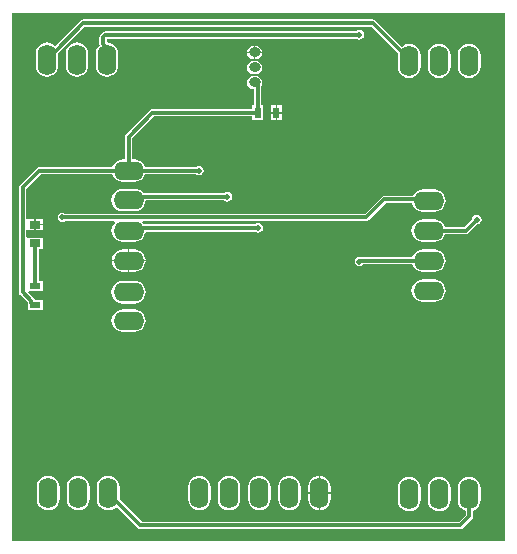
<source format=gtl>
G04*
G04 #@! TF.GenerationSoftware,Altium Limited,Altium Designer,20.1.14 (287)*
G04*
G04 Layer_Physical_Order=1*
G04 Layer_Color=255*
%FSLAX44Y44*%
%MOMM*%
G71*
G04*
G04 #@! TF.SameCoordinates,A1741A08-9612-4A6D-A7CB-39B1CF954D6D*
G04*
G04*
G04 #@! TF.FilePolarity,Positive*
G04*
G01*
G75*
%ADD13R,0.9500X0.6000*%
%ADD14R,0.9500X0.7000*%
%ADD15R,0.6000X0.9500*%
%ADD22C,0.3000*%
%ADD23O,2.6000X1.6000*%
%ADD24O,1.6000X2.6000*%
%ADD25O,1.0000X0.8000*%
%ADD26C,0.5000*%
G36*
X418461Y448461D02*
X418461Y1539D01*
X1539Y1539D01*
X1539Y448461D01*
X418461Y448461D01*
D02*
G37*
%LPC*%
G36*
X295402Y434100D02*
X293841Y433790D01*
X292518Y432906D01*
X292465Y432827D01*
X80107D01*
X80107Y432827D01*
X78937Y432594D01*
X77944Y431931D01*
X77944Y431931D01*
X76187Y430173D01*
X75524Y429181D01*
X75291Y428011D01*
X75291Y428010D01*
Y422158D01*
X75291Y422157D01*
X75479Y421216D01*
X74774Y420676D01*
X73252Y418691D01*
X72295Y416380D01*
X71968Y413900D01*
Y403900D01*
X72295Y401420D01*
X73252Y399109D01*
X74774Y397124D01*
X76759Y395602D01*
X79070Y394645D01*
X81550Y394318D01*
X84030Y394645D01*
X86341Y395602D01*
X88325Y397124D01*
X89848Y399109D01*
X90805Y401420D01*
X91132Y403900D01*
Y413900D01*
X90805Y416380D01*
X89848Y418691D01*
X88325Y420676D01*
X86341Y422198D01*
X84030Y423156D01*
X81550Y423482D01*
X81409Y423606D01*
Y426709D01*
X293160D01*
X293841Y426254D01*
X295402Y425944D01*
X296963Y426254D01*
X298286Y427138D01*
X299170Y428461D01*
X299480Y430022D01*
X299170Y431583D01*
X298286Y432906D01*
X296963Y433790D01*
X295402Y434100D01*
D02*
G37*
G36*
X207618Y420644D02*
X207368D01*
Y415786D01*
X213076D01*
X212799Y417182D01*
X211583Y419001D01*
X209764Y420217D01*
X207618Y420644D01*
D02*
G37*
G36*
X205868D02*
X205618D01*
X203472Y420217D01*
X201653Y419001D01*
X200437Y417182D01*
X200159Y415786D01*
X205868D01*
Y420644D01*
D02*
G37*
G36*
X213076Y414286D02*
X207368D01*
Y409428D01*
X207618D01*
X209764Y409855D01*
X211583Y411071D01*
X212799Y412890D01*
X213076Y414286D01*
D02*
G37*
G36*
X205868D02*
X200159D01*
X200437Y412890D01*
X201653Y411071D01*
X203472Y409855D01*
X205618Y409428D01*
X205868D01*
Y414286D01*
D02*
G37*
G36*
X207618Y407944D02*
X205618D01*
X203472Y407517D01*
X201653Y406301D01*
X200437Y404482D01*
X200010Y402336D01*
X200437Y400190D01*
X201653Y398371D01*
X203472Y397155D01*
X205618Y396728D01*
X207618D01*
X209764Y397155D01*
X211583Y398371D01*
X212799Y400190D01*
X213225Y402336D01*
X212799Y404482D01*
X211583Y406301D01*
X209764Y407517D01*
X207618Y407944D01*
D02*
G37*
G36*
X56150Y423482D02*
X53670Y423156D01*
X51359Y422198D01*
X49374Y420676D01*
X47852Y418691D01*
X46894Y416380D01*
X46568Y413900D01*
Y403900D01*
X46894Y401420D01*
X47852Y399109D01*
X49374Y397124D01*
X51359Y395602D01*
X53670Y394645D01*
X56150Y394318D01*
X58630Y394645D01*
X60941Y395602D01*
X62925Y397124D01*
X64448Y399109D01*
X65405Y401420D01*
X65732Y403900D01*
Y413900D01*
X65405Y416380D01*
X64448Y418691D01*
X62925Y420676D01*
X60941Y422198D01*
X58630Y423156D01*
X56150Y423482D01*
D02*
G37*
G36*
X388400Y422582D02*
X385920Y422256D01*
X383609Y421298D01*
X381625Y419776D01*
X380102Y417791D01*
X379145Y415480D01*
X378818Y413000D01*
Y403000D01*
X379145Y400520D01*
X380102Y398209D01*
X381625Y396225D01*
X383609Y394702D01*
X385920Y393745D01*
X388400Y393418D01*
X390880Y393745D01*
X393191Y394702D01*
X395176Y396225D01*
X396698Y398209D01*
X397655Y400520D01*
X397982Y403000D01*
Y413000D01*
X397655Y415480D01*
X396698Y417791D01*
X395176Y419776D01*
X393191Y421298D01*
X390880Y422256D01*
X388400Y422582D01*
D02*
G37*
G36*
X363000D02*
X360520Y422256D01*
X358209Y421298D01*
X356225Y419776D01*
X354702Y417791D01*
X353745Y415480D01*
X353418Y413000D01*
Y403000D01*
X353745Y400520D01*
X354702Y398209D01*
X356225Y396225D01*
X358209Y394702D01*
X360520Y393745D01*
X363000Y393418D01*
X365480Y393745D01*
X367791Y394702D01*
X369776Y396225D01*
X371298Y398209D01*
X372256Y400520D01*
X372582Y403000D01*
Y413000D01*
X372256Y415480D01*
X371298Y417791D01*
X369776Y419776D01*
X367791Y421298D01*
X365480Y422256D01*
X363000Y422582D01*
D02*
G37*
G36*
X306800Y442987D02*
X306800Y442987D01*
X61778D01*
X60607Y442754D01*
X59615Y442091D01*
X38158Y420634D01*
X37525Y420676D01*
X35541Y422198D01*
X33230Y423156D01*
X30750Y423482D01*
X28270Y423156D01*
X25959Y422198D01*
X23974Y420676D01*
X22452Y418691D01*
X21495Y416380D01*
X21168Y413900D01*
Y403900D01*
X21495Y401420D01*
X22452Y399109D01*
X23974Y397124D01*
X25959Y395602D01*
X28270Y394645D01*
X30750Y394318D01*
X33230Y394645D01*
X35541Y395602D01*
X37525Y397124D01*
X39048Y399109D01*
X40005Y401420D01*
X40332Y403900D01*
Y413900D01*
X40298Y414156D01*
X40400Y414225D01*
X63045Y436869D01*
X305533D01*
X327662Y414740D01*
X328200Y414381D01*
X328018Y413000D01*
Y403000D01*
X328345Y400520D01*
X329302Y398209D01*
X330825Y396225D01*
X332809Y394702D01*
X335120Y393745D01*
X337600Y393418D01*
X340080Y393745D01*
X342391Y394702D01*
X344375Y396225D01*
X345898Y398209D01*
X346856Y400520D01*
X347182Y403000D01*
Y413000D01*
X346856Y415480D01*
X345898Y417791D01*
X344375Y419776D01*
X342391Y421298D01*
X340080Y422256D01*
X337600Y422582D01*
X335120Y422256D01*
X332809Y421298D01*
X331081Y419972D01*
X308963Y442091D01*
X307971Y442754D01*
X306800Y442987D01*
D02*
G37*
G36*
X229670Y370232D02*
X225920D01*
Y364732D01*
X229670D01*
Y370232D01*
D02*
G37*
G36*
X224420D02*
X220670D01*
Y364732D01*
X224420D01*
Y370232D01*
D02*
G37*
G36*
X229670Y363232D02*
X225920D01*
Y357732D01*
X229670D01*
Y363232D01*
D02*
G37*
G36*
X224420D02*
X220670D01*
Y357732D01*
X224420D01*
Y363232D01*
D02*
G37*
G36*
X207618Y395244D02*
X205618D01*
X203472Y394817D01*
X201653Y393601D01*
X200437Y391782D01*
X200010Y389636D01*
X200437Y387490D01*
X201653Y385671D01*
X203472Y384455D01*
X205618Y384028D01*
X206111D01*
Y370232D01*
X204670D01*
Y367041D01*
X120142D01*
X118972Y366808D01*
X117979Y366145D01*
X97837Y346003D01*
X97174Y345010D01*
X96941Y343840D01*
X96941Y343840D01*
Y324582D01*
X95000D01*
X92520Y324255D01*
X90209Y323298D01*
X88224Y321776D01*
X86702Y319791D01*
X85984Y318059D01*
X24424D01*
X24424Y318059D01*
X23254Y317826D01*
X22261Y317163D01*
X8251Y303153D01*
X7588Y302160D01*
X7355Y300990D01*
X7355Y300990D01*
Y211894D01*
X7355Y211894D01*
X7588Y210723D01*
X8251Y209731D01*
X14679Y203303D01*
Y202820D01*
X14679Y202820D01*
X14738Y202524D01*
Y196820D01*
X27238D01*
Y205820D01*
X20511D01*
X19901Y206733D01*
X19901Y206733D01*
X15084Y211550D01*
X15610Y212820D01*
X27238D01*
Y221820D01*
X24047D01*
Y248320D01*
X27238D01*
Y258320D01*
X14743D01*
X14738Y258320D01*
X13473Y258332D01*
Y264308D01*
X14738Y264320D01*
X14743Y264320D01*
X20238D01*
Y269320D01*
Y274320D01*
X14743D01*
X14738Y274320D01*
X13473Y274331D01*
Y299723D01*
X25691Y311941D01*
X85984D01*
X86702Y310209D01*
X88224Y308225D01*
X90209Y306702D01*
X92520Y305744D01*
X95000Y305418D01*
X105000D01*
X107480Y305744D01*
X109791Y306702D01*
X111776Y308225D01*
X113298Y310209D01*
X114016Y311941D01*
X156860D01*
X157922Y311232D01*
X159482Y310922D01*
X161043Y311232D01*
X162366Y312116D01*
X163250Y313439D01*
X163561Y315000D01*
X163250Y316561D01*
X162366Y317884D01*
X161043Y318768D01*
X159482Y319078D01*
X157922Y318768D01*
X156860Y318059D01*
X114016D01*
X113298Y319791D01*
X111776Y321776D01*
X109791Y323298D01*
X107480Y324255D01*
X105000Y324582D01*
X103059D01*
Y342573D01*
X121409Y360923D01*
X204670D01*
Y357732D01*
X213670D01*
Y370232D01*
X212229D01*
Y386637D01*
X212799Y387490D01*
X213225Y389636D01*
X212799Y391782D01*
X211583Y393601D01*
X209764Y394817D01*
X207618Y395244D01*
D02*
G37*
G36*
X105000Y299582D02*
X95000D01*
X92520Y299256D01*
X90209Y298298D01*
X88224Y296775D01*
X86702Y294791D01*
X85744Y292480D01*
X85418Y290000D01*
X85744Y287520D01*
X86702Y285209D01*
X88224Y283225D01*
X90209Y281702D01*
X92520Y280744D01*
X95000Y280418D01*
X105000D01*
X107480Y280744D01*
X109791Y281702D01*
X111776Y283225D01*
X113298Y285209D01*
X114256Y287520D01*
X114556Y289803D01*
X180766D01*
X181827Y289094D01*
X183388Y288784D01*
X184949Y289094D01*
X186272Y289978D01*
X187156Y291301D01*
X187466Y292862D01*
X187156Y294423D01*
X186272Y295746D01*
X184949Y296630D01*
X183388Y296940D01*
X181827Y296630D01*
X180766Y295921D01*
X113257D01*
X112541Y295778D01*
X111776Y296775D01*
X109791Y298298D01*
X107480Y299256D01*
X105000Y299582D01*
D02*
G37*
G36*
X359000Y299182D02*
X349000D01*
X346520Y298855D01*
X344209Y297898D01*
X342225Y296376D01*
X340702Y294391D01*
X340494Y293889D01*
X316484D01*
X315313Y293656D01*
X314321Y292993D01*
X314321Y292993D01*
X299723Y278395D01*
X46564D01*
X45503Y279104D01*
X43942Y279414D01*
X42381Y279104D01*
X41058Y278220D01*
X40174Y276897D01*
X39864Y275336D01*
X40174Y273775D01*
X41058Y272452D01*
X42381Y271568D01*
X43942Y271258D01*
X45503Y271568D01*
X46564Y272277D01*
X87945D01*
X88354Y271075D01*
X88224Y270975D01*
X86702Y268991D01*
X85744Y266680D01*
X85418Y264200D01*
X85744Y261720D01*
X86702Y259409D01*
X88224Y257425D01*
X90209Y255902D01*
X92520Y254944D01*
X95000Y254618D01*
X105000D01*
X107480Y254944D01*
X109791Y255902D01*
X111776Y257425D01*
X113298Y259409D01*
X114256Y261720D01*
X114475Y263387D01*
X207182D01*
X208243Y262678D01*
X209804Y262368D01*
X211365Y262678D01*
X212688Y263562D01*
X213572Y264885D01*
X213882Y266446D01*
X213572Y268007D01*
X212688Y269330D01*
X211365Y270214D01*
X209804Y270524D01*
X208243Y270214D01*
X207182Y269505D01*
X112904D01*
X111776Y270975D01*
X111646Y271075D01*
X112055Y272277D01*
X300990D01*
X300990Y272277D01*
X302160Y272510D01*
X303153Y273173D01*
X317751Y287771D01*
X339659D01*
X339744Y287120D01*
X340702Y284809D01*
X342225Y282825D01*
X344209Y281302D01*
X346520Y280345D01*
X349000Y280018D01*
X359000D01*
X361480Y280345D01*
X363791Y281302D01*
X365775Y282825D01*
X367298Y284809D01*
X368256Y287120D01*
X368582Y289600D01*
X368256Y292080D01*
X367298Y294391D01*
X365775Y296376D01*
X363791Y297898D01*
X361480Y298855D01*
X359000Y299182D01*
D02*
G37*
G36*
X21738Y274320D02*
Y270070D01*
X27238D01*
Y274320D01*
X21738D01*
D02*
G37*
G36*
X394716Y277636D02*
X393155Y277326D01*
X391832Y276442D01*
X390948Y275119D01*
X390699Y273867D01*
X384091Y267259D01*
X368016D01*
X367298Y268991D01*
X365775Y270975D01*
X363791Y272498D01*
X361480Y273456D01*
X359000Y273782D01*
X349000D01*
X346520Y273456D01*
X344209Y272498D01*
X342225Y270975D01*
X340702Y268991D01*
X339744Y266680D01*
X339418Y264200D01*
X339744Y261720D01*
X340702Y259409D01*
X342225Y257425D01*
X344209Y255902D01*
X346520Y254944D01*
X349000Y254618D01*
X359000D01*
X361480Y254944D01*
X363791Y255902D01*
X365775Y257425D01*
X367298Y259409D01*
X368016Y261141D01*
X385358D01*
X385358Y261141D01*
X386529Y261374D01*
X387521Y262037D01*
X395025Y269541D01*
X396277Y269790D01*
X397600Y270674D01*
X398484Y271997D01*
X398794Y273558D01*
X398484Y275119D01*
X397600Y276442D01*
X396277Y277326D01*
X394716Y277636D01*
D02*
G37*
G36*
X27238Y268570D02*
X21738D01*
Y264320D01*
X27238D01*
Y268570D01*
D02*
G37*
G36*
X359000Y248382D02*
X349000D01*
X346520Y248055D01*
X344209Y247098D01*
X342225Y245576D01*
X340702Y243591D01*
X339984Y241859D01*
X296496D01*
X295402Y242076D01*
X293841Y241766D01*
X292518Y240882D01*
X291634Y239559D01*
X291324Y237998D01*
X291634Y236437D01*
X292518Y235114D01*
X293841Y234230D01*
X295402Y233920D01*
X296963Y234230D01*
X298286Y235114D01*
X298705Y235741D01*
X339984D01*
X340702Y234009D01*
X342225Y232025D01*
X344209Y230502D01*
X346520Y229545D01*
X349000Y229218D01*
X359000D01*
X361480Y229545D01*
X363791Y230502D01*
X365775Y232025D01*
X367298Y234009D01*
X368256Y236320D01*
X368582Y238800D01*
X368256Y241280D01*
X367298Y243591D01*
X365775Y245576D01*
X363791Y247098D01*
X361480Y248055D01*
X359000Y248382D01*
D02*
G37*
G36*
X105000D02*
X100750D01*
Y239550D01*
X114483D01*
X114256Y241280D01*
X113298Y243591D01*
X111776Y245576D01*
X109791Y247098D01*
X107480Y248055D01*
X105000Y248382D01*
D02*
G37*
G36*
X99250D02*
X95000D01*
X92520Y248055D01*
X90209Y247098D01*
X88224Y245576D01*
X86702Y243591D01*
X85744Y241280D01*
X85517Y239550D01*
X99250D01*
Y248382D01*
D02*
G37*
G36*
X114483Y238050D02*
X100750D01*
Y229218D01*
X105000D01*
X107480Y229545D01*
X109791Y230502D01*
X111776Y232025D01*
X113298Y234009D01*
X114256Y236320D01*
X114483Y238050D01*
D02*
G37*
G36*
X99250D02*
X85517D01*
X85744Y236320D01*
X86702Y234009D01*
X88224Y232025D01*
X90209Y230502D01*
X92520Y229545D01*
X95000Y229218D01*
X99250D01*
Y238050D01*
D02*
G37*
G36*
X359000Y222982D02*
X349000D01*
X346520Y222656D01*
X344209Y221698D01*
X342225Y220175D01*
X340702Y218191D01*
X339744Y215880D01*
X339418Y213400D01*
X339744Y210920D01*
X340702Y208609D01*
X342225Y206625D01*
X344209Y205102D01*
X346520Y204144D01*
X349000Y203818D01*
X359000D01*
X361480Y204144D01*
X363791Y205102D01*
X365775Y206625D01*
X367298Y208609D01*
X368256Y210920D01*
X368582Y213400D01*
X368256Y215880D01*
X367298Y218191D01*
X365775Y220175D01*
X363791Y221698D01*
X361480Y222656D01*
X359000Y222982D01*
D02*
G37*
G36*
X105000Y221582D02*
X95000D01*
X92520Y221255D01*
X90209Y220298D01*
X88224Y218776D01*
X86702Y216791D01*
X85744Y214480D01*
X85418Y212000D01*
X85744Y209520D01*
X86702Y207209D01*
X88224Y205225D01*
X90209Y203702D01*
X92520Y202745D01*
X95000Y202418D01*
X105000D01*
X107480Y202745D01*
X109791Y203702D01*
X111776Y205225D01*
X113298Y207209D01*
X114256Y209520D01*
X114582Y212000D01*
X114256Y214480D01*
X113298Y216791D01*
X111776Y218776D01*
X109791Y220298D01*
X107480Y221255D01*
X105000Y221582D01*
D02*
G37*
G36*
Y197582D02*
X95000D01*
X92520Y197255D01*
X90209Y196298D01*
X88224Y194776D01*
X86702Y192791D01*
X85744Y190480D01*
X85418Y188000D01*
X85744Y185520D01*
X86702Y183209D01*
X88224Y181225D01*
X90209Y179702D01*
X92520Y178745D01*
X95000Y178418D01*
X105000D01*
X107480Y178745D01*
X109791Y179702D01*
X111776Y181225D01*
X113298Y183209D01*
X114256Y185520D01*
X114582Y188000D01*
X114256Y190480D01*
X113298Y192791D01*
X111776Y194776D01*
X109791Y196298D01*
X107480Y197255D01*
X105000Y197582D01*
D02*
G37*
G36*
X262350Y56483D02*
Y42750D01*
X271182D01*
Y47000D01*
X270856Y49480D01*
X269898Y51791D01*
X268375Y53776D01*
X266391Y55298D01*
X264080Y56255D01*
X262350Y56483D01*
D02*
G37*
G36*
X260850D02*
X259120Y56255D01*
X256809Y55298D01*
X254825Y53776D01*
X253302Y51791D01*
X252345Y49480D01*
X252018Y47000D01*
Y42750D01*
X260850D01*
Y56483D01*
D02*
G37*
G36*
X271182Y41250D02*
X262350D01*
Y27517D01*
X264080Y27745D01*
X266391Y28702D01*
X268375Y30224D01*
X269898Y32209D01*
X270856Y34520D01*
X271182Y37000D01*
Y41250D01*
D02*
G37*
G36*
X260850D02*
X252018D01*
Y37000D01*
X252345Y34520D01*
X253302Y32209D01*
X254825Y30224D01*
X256809Y28702D01*
X259120Y27745D01*
X260850Y27517D01*
Y41250D01*
D02*
G37*
G36*
X236200Y56582D02*
X233720Y56255D01*
X231409Y55298D01*
X229425Y53776D01*
X227902Y51791D01*
X226945Y49480D01*
X226618Y47000D01*
Y37000D01*
X226945Y34520D01*
X227902Y32209D01*
X229425Y30224D01*
X231409Y28702D01*
X233720Y27745D01*
X236200Y27418D01*
X238680Y27745D01*
X240991Y28702D01*
X242976Y30224D01*
X244498Y32209D01*
X245455Y34520D01*
X245782Y37000D01*
Y47000D01*
X245455Y49480D01*
X244498Y51791D01*
X242976Y53776D01*
X240991Y55298D01*
X238680Y56255D01*
X236200Y56582D01*
D02*
G37*
G36*
X210800D02*
X208320Y56255D01*
X206009Y55298D01*
X204025Y53776D01*
X202502Y51791D01*
X201545Y49480D01*
X201218Y47000D01*
Y37000D01*
X201545Y34520D01*
X202502Y32209D01*
X204025Y30224D01*
X206009Y28702D01*
X208320Y27745D01*
X210800Y27418D01*
X213280Y27745D01*
X215591Y28702D01*
X217575Y30224D01*
X219098Y32209D01*
X220056Y34520D01*
X220382Y37000D01*
Y47000D01*
X220056Y49480D01*
X219098Y51791D01*
X217575Y53776D01*
X215591Y55298D01*
X213280Y56255D01*
X210800Y56582D01*
D02*
G37*
G36*
X185000D02*
X182520Y56255D01*
X180209Y55298D01*
X178225Y53776D01*
X176702Y51791D01*
X175745Y49480D01*
X175418Y47000D01*
Y37000D01*
X175745Y34520D01*
X176702Y32209D01*
X178225Y30224D01*
X180209Y28702D01*
X182520Y27745D01*
X185000Y27418D01*
X187480Y27745D01*
X189791Y28702D01*
X191775Y30224D01*
X193298Y32209D01*
X194256Y34520D01*
X194582Y37000D01*
Y47000D01*
X194256Y49480D01*
X193298Y51791D01*
X191775Y53776D01*
X189791Y55298D01*
X187480Y56255D01*
X185000Y56582D01*
D02*
G37*
G36*
X160000D02*
X157520Y56255D01*
X155209Y55298D01*
X153225Y53776D01*
X151702Y51791D01*
X150745Y49480D01*
X150418Y47000D01*
Y37000D01*
X150745Y34520D01*
X151702Y32209D01*
X153225Y30224D01*
X155209Y28702D01*
X157520Y27745D01*
X160000Y27418D01*
X162480Y27745D01*
X164791Y28702D01*
X166775Y30224D01*
X168298Y32209D01*
X169256Y34520D01*
X169582Y37000D01*
Y47000D01*
X169256Y49480D01*
X168298Y51791D01*
X166775Y53776D01*
X164791Y55298D01*
X162480Y56255D01*
X160000Y56582D01*
D02*
G37*
G36*
X57390D02*
X54910Y56255D01*
X52599Y55298D01*
X50615Y53776D01*
X49092Y51791D01*
X48135Y49480D01*
X47808Y47000D01*
Y37000D01*
X48135Y34520D01*
X49092Y32209D01*
X50615Y30224D01*
X52599Y28702D01*
X54910Y27745D01*
X57390Y27418D01*
X59870Y27745D01*
X62181Y28702D01*
X64166Y30224D01*
X65689Y32209D01*
X66646Y34520D01*
X66972Y37000D01*
Y47000D01*
X66646Y49480D01*
X65689Y51791D01*
X64166Y53776D01*
X62181Y55298D01*
X59870Y56255D01*
X57390Y56582D01*
D02*
G37*
G36*
X31990D02*
X29510Y56255D01*
X27199Y55298D01*
X25215Y53776D01*
X23692Y51791D01*
X22735Y49480D01*
X22408Y47000D01*
Y37000D01*
X22735Y34520D01*
X23692Y32209D01*
X25215Y30224D01*
X27199Y28702D01*
X29510Y27745D01*
X31990Y27418D01*
X34470Y27745D01*
X36781Y28702D01*
X38766Y30224D01*
X40289Y32209D01*
X41246Y34520D01*
X41572Y37000D01*
Y47000D01*
X41246Y49480D01*
X40289Y51791D01*
X38766Y53776D01*
X36781Y55298D01*
X34470Y56255D01*
X31990Y56582D01*
D02*
G37*
G36*
X363000Y55582D02*
X360520Y55255D01*
X358209Y54298D01*
X356225Y52776D01*
X354702Y50791D01*
X353745Y48480D01*
X353418Y46000D01*
Y36000D01*
X353745Y33520D01*
X354702Y31209D01*
X356225Y29225D01*
X358209Y27702D01*
X360520Y26744D01*
X363000Y26418D01*
X365480Y26744D01*
X367791Y27702D01*
X369776Y29225D01*
X371298Y31209D01*
X372256Y33520D01*
X372582Y36000D01*
Y46000D01*
X372256Y48480D01*
X371298Y50791D01*
X369776Y52776D01*
X367791Y54298D01*
X365480Y55255D01*
X363000Y55582D01*
D02*
G37*
G36*
X337600D02*
X335120Y55255D01*
X332809Y54298D01*
X330825Y52776D01*
X329302Y50791D01*
X328345Y48480D01*
X328018Y46000D01*
Y36000D01*
X328345Y33520D01*
X329302Y31209D01*
X330825Y29225D01*
X332809Y27702D01*
X335120Y26744D01*
X337600Y26418D01*
X340080Y26744D01*
X342391Y27702D01*
X344375Y29225D01*
X345898Y31209D01*
X346856Y33520D01*
X347182Y36000D01*
Y46000D01*
X346856Y48480D01*
X345898Y50791D01*
X344375Y52776D01*
X342391Y54298D01*
X340080Y55255D01*
X337600Y55582D01*
D02*
G37*
G36*
X82790Y56582D02*
X80310Y56255D01*
X77999Y55298D01*
X76015Y53776D01*
X74492Y51791D01*
X73535Y49480D01*
X73208Y47000D01*
Y37000D01*
X73535Y34520D01*
X74492Y32209D01*
X76015Y30224D01*
X77999Y28702D01*
X80310Y27745D01*
X82790Y27418D01*
X85270Y27745D01*
X87581Y28702D01*
X89566Y30224D01*
X90198Y30266D01*
X107895Y12569D01*
X107895Y12569D01*
X108888Y11906D01*
X110058Y11673D01*
X380746D01*
X380746Y11673D01*
X381917Y11906D01*
X382909Y12569D01*
X390563Y20223D01*
X390563Y20223D01*
X391226Y21216D01*
X391459Y22386D01*
X391459Y22386D01*
Y26984D01*
X393191Y27702D01*
X395176Y29225D01*
X396698Y31209D01*
X397655Y33520D01*
X397982Y36000D01*
Y46000D01*
X397655Y48480D01*
X396698Y50791D01*
X395176Y52776D01*
X393191Y54298D01*
X390880Y55255D01*
X388400Y55582D01*
X385920Y55255D01*
X383609Y54298D01*
X381625Y52776D01*
X380102Y50791D01*
X379145Y48480D01*
X378818Y46000D01*
Y36000D01*
X379145Y33520D01*
X380102Y31209D01*
X381625Y29225D01*
X383609Y27702D01*
X385341Y26984D01*
Y23653D01*
X379479Y17791D01*
X111325D01*
X92441Y36676D01*
X92338Y36744D01*
X92372Y37000D01*
Y47000D01*
X92046Y49480D01*
X91088Y51791D01*
X89566Y53776D01*
X87581Y55298D01*
X85270Y56255D01*
X82790Y56582D01*
D02*
G37*
%LPD*%
D13*
X20988Y217320D02*
D03*
Y201320D02*
D03*
D14*
Y253320D02*
D03*
Y269320D02*
D03*
D15*
X209170Y363982D02*
D03*
X225170D02*
D03*
D22*
X19238Y201320D02*
X20988D01*
X17738Y202820D02*
X19238Y201320D01*
X17738Y202820D02*
Y204570D01*
X10414Y211894D02*
X17738Y204570D01*
X10414Y211894D02*
Y300990D01*
X24424Y315000D02*
X100000D01*
X10414Y300990D02*
X24424Y315000D01*
X100000D02*
X159482D01*
X120142Y363982D02*
X209170D01*
X100000Y343840D02*
X120142Y363982D01*
X100000Y315000D02*
Y343840D01*
X209170Y363982D02*
Y386731D01*
X206618Y389283D02*
X209170Y386731D01*
X206618Y389283D02*
Y389636D01*
X80107Y429768D02*
X295148D01*
X79063Y411387D02*
X81550Y408900D01*
X79063Y411387D02*
Y421445D01*
X78350Y422157D02*
X79063Y421445D01*
X78350Y422157D02*
Y428011D01*
X80107Y429768D01*
X295148D02*
X295402Y430022D01*
X61778Y439928D02*
X306800D01*
X38237Y416387D02*
X61778Y439928D01*
X306800D02*
X329825Y416903D01*
X30750Y408900D02*
Y410382D01*
X36755Y416387D01*
X38237D01*
X337600Y408000D02*
Y409482D01*
X330179Y416903D02*
X337600Y409482D01*
X329825Y416903D02*
X330179D01*
X82790Y40518D02*
Y42000D01*
Y40518D02*
X88795Y34513D01*
X90278D01*
X110058Y14732D01*
X380746D01*
X388400Y22386D02*
Y41000D01*
X380746Y14732D02*
X388400Y22386D01*
X354000Y264200D02*
X385358D01*
X394716Y273558D01*
X352770Y290830D02*
X354000Y289600D01*
X316484Y290830D02*
X352770D01*
X43942Y275336D02*
X300990D01*
X316484Y290830D01*
X20988Y217320D02*
Y253320D01*
X296204Y238800D02*
X354000D01*
X295402Y237998D02*
X296204Y238800D01*
X100000Y264200D02*
X102246Y266446D01*
X209804D01*
X100000Y290000D02*
X102487Y292487D01*
X112883D01*
X113257Y292862D01*
X183388D01*
D23*
X354000Y213400D02*
D03*
Y238800D02*
D03*
Y264200D02*
D03*
Y289600D02*
D03*
X100000Y188000D02*
D03*
Y212000D02*
D03*
Y238800D02*
D03*
Y315000D02*
D03*
Y290000D02*
D03*
Y264200D02*
D03*
D24*
X261600Y42000D02*
D03*
X210800D02*
D03*
X185000D02*
D03*
X160000D02*
D03*
X236200D02*
D03*
X337600Y408000D02*
D03*
X363000D02*
D03*
X388400D02*
D03*
X30750Y408900D02*
D03*
X56150D02*
D03*
X81550D02*
D03*
X82790Y42000D02*
D03*
X57390D02*
D03*
X31990D02*
D03*
X388400Y41000D02*
D03*
X363000D02*
D03*
X337600D02*
D03*
D25*
X206618Y415036D02*
D03*
Y402336D02*
D03*
Y389636D02*
D03*
D26*
X159482Y315000D02*
D03*
X295402Y430022D02*
D03*
X394716Y273558D02*
D03*
X43942Y275336D02*
D03*
X295402Y237998D02*
D03*
X209804Y266446D02*
D03*
X183388Y292862D02*
D03*
M02*

</source>
